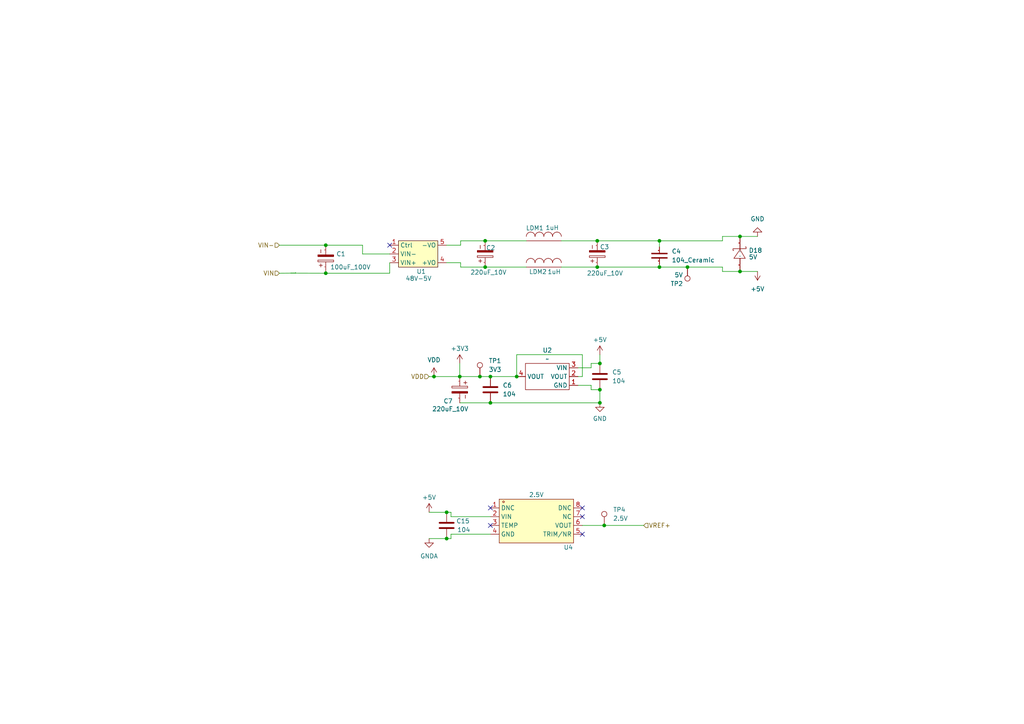
<source format=kicad_sch>
(kicad_sch
	(version 20231120)
	(generator "eeschema")
	(generator_version "8.0")
	(uuid "65df18de-0523-4794-af20-582b4c9db4be")
	(paper "A4")
	(lib_symbols
		(symbol "Connector:TestPoint"
			(pin_numbers hide)
			(pin_names
				(offset 0.762) hide)
			(exclude_from_sim no)
			(in_bom yes)
			(on_board yes)
			(property "Reference" "TP"
				(at 0 6.858 0)
				(effects
					(font
						(size 1.27 1.27)
					)
				)
			)
			(property "Value" "TestPoint"
				(at 0 5.08 0)
				(effects
					(font
						(size 1.27 1.27)
					)
				)
			)
			(property "Footprint" ""
				(at 5.08 0 0)
				(effects
					(font
						(size 1.27 1.27)
					)
					(hide yes)
				)
			)
			(property "Datasheet" "~"
				(at 5.08 0 0)
				(effects
					(font
						(size 1.27 1.27)
					)
					(hide yes)
				)
			)
			(property "Description" "test point"
				(at 0 0 0)
				(effects
					(font
						(size 1.27 1.27)
					)
					(hide yes)
				)
			)
			(property "ki_keywords" "test point tp"
				(at 0 0 0)
				(effects
					(font
						(size 1.27 1.27)
					)
					(hide yes)
				)
			)
			(property "ki_fp_filters" "Pin* Test*"
				(at 0 0 0)
				(effects
					(font
						(size 1.27 1.27)
					)
					(hide yes)
				)
			)
			(symbol "TestPoint_0_1"
				(circle
					(center 0 3.302)
					(radius 0.762)
					(stroke
						(width 0)
						(type default)
					)
					(fill
						(type none)
					)
				)
			)
			(symbol "TestPoint_1_1"
				(pin passive line
					(at 0 0 90)
					(length 2.54)
					(name "1"
						(effects
							(font
								(size 1.27 1.27)
							)
						)
					)
					(number "1"
						(effects
							(font
								(size 1.27 1.27)
							)
						)
					)
				)
			)
		)
		(symbol "Device:C"
			(pin_numbers hide)
			(pin_names
				(offset 0.254)
			)
			(exclude_from_sim no)
			(in_bom yes)
			(on_board yes)
			(property "Reference" "C"
				(at 0.635 2.54 0)
				(effects
					(font
						(size 1.27 1.27)
					)
					(justify left)
				)
			)
			(property "Value" "C"
				(at 0.635 -2.54 0)
				(effects
					(font
						(size 1.27 1.27)
					)
					(justify left)
				)
			)
			(property "Footprint" ""
				(at 0.9652 -3.81 0)
				(effects
					(font
						(size 1.27 1.27)
					)
					(hide yes)
				)
			)
			(property "Datasheet" "~"
				(at 0 0 0)
				(effects
					(font
						(size 1.27 1.27)
					)
					(hide yes)
				)
			)
			(property "Description" "Unpolarized capacitor"
				(at 0 0 0)
				(effects
					(font
						(size 1.27 1.27)
					)
					(hide yes)
				)
			)
			(property "ki_keywords" "cap capacitor"
				(at 0 0 0)
				(effects
					(font
						(size 1.27 1.27)
					)
					(hide yes)
				)
			)
			(property "ki_fp_filters" "C_*"
				(at 0 0 0)
				(effects
					(font
						(size 1.27 1.27)
					)
					(hide yes)
				)
			)
			(symbol "C_0_1"
				(polyline
					(pts
						(xy -2.032 -0.762) (xy 2.032 -0.762)
					)
					(stroke
						(width 0.508)
						(type default)
					)
					(fill
						(type none)
					)
				)
				(polyline
					(pts
						(xy -2.032 0.762) (xy 2.032 0.762)
					)
					(stroke
						(width 0.508)
						(type default)
					)
					(fill
						(type none)
					)
				)
			)
			(symbol "C_1_1"
				(pin passive line
					(at 0 3.81 270)
					(length 2.794)
					(name "~"
						(effects
							(font
								(size 1.27 1.27)
							)
						)
					)
					(number "1"
						(effects
							(font
								(size 1.27 1.27)
							)
						)
					)
				)
				(pin passive line
					(at 0 -3.81 90)
					(length 2.794)
					(name "~"
						(effects
							(font
								(size 1.27 1.27)
							)
						)
					)
					(number "2"
						(effects
							(font
								(size 1.27 1.27)
							)
						)
					)
				)
			)
		)
		(symbol "MY_Library:AMS1117_3.3"
			(exclude_from_sim no)
			(in_bom yes)
			(on_board yes)
			(property "Reference" "U"
				(at 6.858 -7.366 0)
				(effects
					(font
						(size 1.27 1.27)
					)
				)
			)
			(property "Value" ""
				(at 5.334 -6.604 0)
				(effects
					(font
						(size 1.27 1.27)
					)
				)
			)
			(property "Footprint" "Package_TO_SOT_SMD:SOT-223"
				(at 6.858 -10.668 0)
				(effects
					(font
						(size 1.27 1.27)
					)
					(hide yes)
				)
			)
			(property "Datasheet" ""
				(at 5.334 -6.604 0)
				(effects
					(font
						(size 1.27 1.27)
					)
					(hide yes)
				)
			)
			(property "Description" "ldo"
				(at 3.048 -5.842 0)
				(effects
					(font
						(size 1.27 1.27)
					)
					(hide yes)
				)
			)
			(symbol "AMS1117_3.3_0_1"
				(rectangle
					(start -6.35 3.81)
					(end 6.35 -3.81)
					(stroke
						(width 0)
						(type default)
					)
					(fill
						(type none)
					)
				)
			)
			(symbol "AMS1117_3.3_1_1"
				(pin input line
					(at 8.89 -2.54 180)
					(length 2.54)
					(name "GND"
						(effects
							(font
								(size 1.27 1.27)
							)
						)
					)
					(number "1"
						(effects
							(font
								(size 1.27 1.27)
							)
						)
					)
				)
				(pin input line
					(at 8.89 0 180)
					(length 2.54)
					(name "VOUT"
						(effects
							(font
								(size 1.27 1.27)
							)
						)
					)
					(number "2"
						(effects
							(font
								(size 1.27 1.27)
							)
						)
					)
				)
				(pin input line
					(at 8.89 2.54 180)
					(length 2.54)
					(name "VIN"
						(effects
							(font
								(size 1.27 1.27)
							)
						)
					)
					(number "3"
						(effects
							(font
								(size 1.27 1.27)
							)
						)
					)
				)
				(pin input line
					(at -8.89 0 0)
					(length 2.54)
					(name "VOUT"
						(effects
							(font
								(size 1.27 1.27)
							)
						)
					)
					(number "4"
						(effects
							(font
								(size 1.27 1.27)
							)
						)
					)
				)
			)
		)
		(symbol "MY_Library:REF5025AID电压基准"
			(exclude_from_sim no)
			(in_bom yes)
			(on_board yes)
			(property "Reference" "U"
				(at 9.652 -7.874 0)
				(effects
					(font
						(size 1.27 1.27)
					)
				)
			)
			(property "Value" ""
				(at -3.81 -3.556 0)
				(effects
					(font
						(size 1.27 1.27)
					)
				)
			)
			(property "Footprint" "Package_SO:SOIC-8-1EP_3.9x4.9mm_P1.27mm_EP2.29x3mm"
				(at -3.556 -8.382 0)
				(effects
					(font
						(size 1.27 1.27)
					)
					(hide yes)
				)
			)
			(property "Datasheet" ""
				(at -3.81 -3.556 0)
				(effects
					(font
						(size 1.27 1.27)
					)
					(hide yes)
				)
			)
			(property "Description" ""
				(at -3.81 -3.556 0)
				(effects
					(font
						(size 1.27 1.27)
					)
					(hide yes)
				)
			)
			(symbol "REF5025AID电压基准_0_1"
				(circle
					(center -8.89 5.588)
					(radius 0.254)
					(stroke
						(width 0)
						(type default)
					)
					(fill
						(type none)
					)
				)
			)
			(symbol "REF5025AID电压基准_1_1"
				(rectangle
					(start -10.16 6.35)
					(end 11.43 -6.35)
					(stroke
						(width 0)
						(type default)
					)
					(fill
						(type background)
					)
				)
				(pin input line
					(at -12.7 3.81 0)
					(length 2.54)
					(name "DNC"
						(effects
							(font
								(size 1.27 1.27)
							)
						)
					)
					(number "1"
						(effects
							(font
								(size 1.27 1.27)
							)
						)
					)
				)
				(pin input line
					(at -12.7 1.27 0)
					(length 2.54)
					(name "VIN"
						(effects
							(font
								(size 1.27 1.27)
							)
						)
					)
					(number "2"
						(effects
							(font
								(size 1.27 1.27)
							)
						)
					)
				)
				(pin input line
					(at -12.7 -1.27 0)
					(length 2.54)
					(name "TEMP"
						(effects
							(font
								(size 1.27 1.27)
							)
						)
					)
					(number "3"
						(effects
							(font
								(size 1.27 1.27)
							)
						)
					)
				)
				(pin input line
					(at -12.7 -3.81 0)
					(length 2.54)
					(name "GND"
						(effects
							(font
								(size 1.27 1.27)
							)
						)
					)
					(number "4"
						(effects
							(font
								(size 1.27 1.27)
							)
						)
					)
				)
				(pin input line
					(at 13.97 -3.81 180)
					(length 2.54)
					(name "TRIM/NR"
						(effects
							(font
								(size 1.27 1.27)
							)
						)
					)
					(number "5"
						(effects
							(font
								(size 1.27 1.27)
							)
						)
					)
				)
				(pin input line
					(at 13.97 -1.27 180)
					(length 2.54)
					(name "VOUT"
						(effects
							(font
								(size 1.27 1.27)
							)
						)
					)
					(number "6"
						(effects
							(font
								(size 1.27 1.27)
							)
						)
					)
				)
				(pin input line
					(at 13.97 1.27 180)
					(length 2.54)
					(name "NC"
						(effects
							(font
								(size 1.27 1.27)
							)
						)
					)
					(number "7"
						(effects
							(font
								(size 1.27 1.27)
							)
						)
					)
				)
				(pin input line
					(at 13.97 3.81 180)
					(length 2.54)
					(name "DNC"
						(effects
							(font
								(size 1.27 1.27)
							)
						)
					)
					(number "8"
						(effects
							(font
								(size 1.27 1.27)
							)
						)
					)
				)
			)
		)
		(symbol "MY_Library:SMBJ5.0A_C2758500"
			(exclude_from_sim no)
			(in_bom yes)
			(on_board yes)
			(property "Reference" "D?"
				(at 5.334 -2.794 0)
				(effects
					(font
						(size 1.27 1.27)
					)
				)
			)
			(property "Value" ""
				(at 0 0 0)
				(effects
					(font
						(size 1.27 1.27)
					)
				)
			)
			(property "Footprint" "MYLibrary:SMB_L4.3-W3.6-LS5.4-RD"
				(at -1.27 -6.096 0)
				(effects
					(font
						(size 1.27 1.27)
					)
					(hide yes)
				)
			)
			(property "Datasheet" ""
				(at 0 0 0)
				(effects
					(font
						(size 1.27 1.27)
					)
					(hide yes)
				)
			)
			(property "Description" ""
				(at 0 0 0)
				(effects
					(font
						(size 1.27 1.27)
					)
					(hide yes)
				)
			)
			(symbol "SMBJ5.0A_C2758500_1_0"
				(polyline
					(pts
						(xy 1.27 1.524) (xy -1.27 0) (xy -1.27 0) (xy 1.27 -1.778) (xy 1.27 -1.778) (xy 1.27 1.524)
					)
					(stroke
						(width 0)
						(type default)
					)
					(fill
						(type none)
					)
				)
				(polyline
					(pts
						(xy -2.032 1.524) (xy -2.032 1.778) (xy -2.032 1.778) (xy -1.524 1.778) (xy -1.524 1.778) (xy -1.524 -2.032)
						(xy -1.524 -2.032) (xy -1.016 -2.032) (xy -1.016 -2.032) (xy -1.016 -1.778)
					)
					(stroke
						(width 0)
						(type default)
					)
					(fill
						(type none)
					)
				)
				(pin input line
					(at -5.08 0 0)
					(length 3.81)
					(name "K"
						(effects
							(font
								(size 0.0254 0.0254)
							)
						)
					)
					(number "1"
						(effects
							(font
								(size 0.0254 0.0254)
							)
						)
					)
				)
				(pin input line
					(at 5.08 0 180)
					(length 3.81)
					(name "A"
						(effects
							(font
								(size 0.0254 0.0254)
							)
						)
					)
					(number "2"
						(effects
							(font
								(size 0.0254 0.0254)
							)
						)
					)
				)
			)
		)
		(symbol "MY_Library:URB4805YMD-10WR3"
			(exclude_from_sim no)
			(in_bom yes)
			(on_board yes)
			(property "Reference" "U"
				(at 2.54 -7.62 0)
				(effects
					(font
						(size 1.27 1.27)
					)
				)
			)
			(property "Value" ""
				(at -2.54 0 0)
				(effects
					(font
						(size 1.27 1.27)
					)
				)
			)
			(property "Footprint" ""
				(at -2.54 0 0)
				(effects
					(font
						(size 1.27 1.27)
					)
					(hide yes)
				)
			)
			(property "Datasheet" ""
				(at -2.54 0 0)
				(effects
					(font
						(size 1.27 1.27)
					)
					(hide yes)
				)
			)
			(property "Description" ""
				(at 0 0 0)
				(effects
					(font
						(size 1.27 1.27)
					)
					(hide yes)
				)
			)
			(symbol "URB4805YMD-10WR3_1_1"
				(rectangle
					(start -6.35 3.81)
					(end 5.08 -3.81)
					(stroke
						(width 0)
						(type default)
						(color 72 0 0 1)
					)
					(fill
						(type background)
					)
				)
				(pin input line
					(at -8.89 2.54 0)
					(length 2.54)
					(name "Ctrl"
						(effects
							(font
								(size 1.27 1.27)
							)
						)
					)
					(number "1"
						(effects
							(font
								(size 1.27 1.27)
							)
						)
					)
				)
				(pin input line
					(at -8.89 0 0)
					(length 2.54)
					(name "VIN-"
						(effects
							(font
								(size 1.27 1.27)
							)
						)
					)
					(number "2"
						(effects
							(font
								(size 1.27 1.27)
							)
						)
					)
				)
				(pin input line
					(at -8.89 -2.54 0)
					(length 2.54)
					(name "VIN+"
						(effects
							(font
								(size 1.27 1.27)
							)
						)
					)
					(number "3"
						(effects
							(font
								(size 1.27 1.27)
							)
						)
					)
				)
				(pin output line
					(at 7.62 -2.54 180)
					(length 2.54)
					(name "+VO"
						(effects
							(font
								(size 1.27 1.27)
							)
						)
					)
					(number "4"
						(effects
							(font
								(size 1.27 1.27)
							)
						)
					)
				)
				(pin output line
					(at 7.62 2.54 180)
					(length 2.54)
					(name "-VO"
						(effects
							(font
								(size 1.27 1.27)
							)
						)
					)
					(number "5"
						(effects
							(font
								(size 1.27 1.27)
							)
						)
					)
				)
			)
		)
		(symbol "MY_Library:工字电感"
			(exclude_from_sim no)
			(in_bom yes)
			(on_board yes)
			(property "Reference" "LDM"
				(at 3.81 -2.54 0)
				(effects
					(font
						(size 1.27 1.27)
					)
				)
			)
			(property "Value" ""
				(at 0 0 0)
				(effects
					(font
						(size 1.27 1.27)
					)
				)
			)
			(property "Footprint" ""
				(at 0 0 0)
				(effects
					(font
						(size 1.27 1.27)
					)
					(hide yes)
				)
			)
			(property "Datasheet" ""
				(at 0 0 0)
				(effects
					(font
						(size 1.27 1.27)
					)
					(hide yes)
				)
			)
			(property "Description" ""
				(at 0 0 0)
				(effects
					(font
						(size 1.27 1.27)
					)
					(hide yes)
				)
			)
			(symbol "工字电感_0_1"
				(arc
					(start -3.81 2.54)
					(mid -4.708 2.168)
					(end -5.08 1.27)
					(stroke
						(width 0)
						(type default)
					)
					(fill
						(type none)
					)
				)
				(arc
					(start -2.54 1.27)
					(mid -2.912 2.168)
					(end -3.81 2.54)
					(stroke
						(width 0)
						(type default)
					)
					(fill
						(type none)
					)
				)
				(arc
					(start -1.27 2.54)
					(mid -2.168 2.168)
					(end -2.54 1.27)
					(stroke
						(width 0)
						(type default)
					)
					(fill
						(type none)
					)
				)
				(polyline
					(pts
						(xy -5.08 0) (xy 5.08 0)
					)
					(stroke
						(width 0)
						(type default)
					)
					(fill
						(type none)
					)
				)
				(arc
					(start 0 1.27)
					(mid -0.372 2.168)
					(end -1.27 2.54)
					(stroke
						(width 0)
						(type default)
					)
					(fill
						(type none)
					)
				)
				(arc
					(start 1.27 2.54)
					(mid 0.372 2.168)
					(end 0 1.27)
					(stroke
						(width 0)
						(type default)
					)
					(fill
						(type none)
					)
				)
				(arc
					(start 2.54 1.27)
					(mid 2.168 2.168)
					(end 1.27 2.54)
					(stroke
						(width 0)
						(type default)
					)
					(fill
						(type none)
					)
				)
				(arc
					(start 3.81 2.54)
					(mid 2.912 2.168)
					(end 2.54 1.27)
					(stroke
						(width 0)
						(type default)
					)
					(fill
						(type none)
					)
				)
				(arc
					(start 5.08 1.27)
					(mid 4.708 2.168)
					(end 3.81 2.54)
					(stroke
						(width 0)
						(type default)
					)
					(fill
						(type none)
					)
				)
			)
			(symbol "工字电感_1_1"
				(pin passive line
					(at -5.08 0 0)
					(length 2.54) hide
					(name ""
						(effects
							(font
								(size 1.27 1.27)
							)
						)
					)
					(number "1"
						(effects
							(font
								(size 1.27 1.27)
							)
						)
					)
				)
				(pin passive line
					(at 5.08 0 180)
					(length 2.54) hide
					(name ""
						(effects
							(font
								(size 1.27 1.27)
							)
						)
					)
					(number "2"
						(effects
							(font
								(size 1.27 1.27)
							)
						)
					)
				)
			)
		)
		(symbol "PCM_SL_Capacitors:100uF_100V"
			(exclude_from_sim no)
			(in_bom yes)
			(on_board yes)
			(property "Reference" "C"
				(at 0 7.62 0)
				(effects
					(font
						(size 1.27 1.27)
					)
				)
			)
			(property "Value" "100uF_100V"
				(at 0 5.08 0)
				(effects
					(font
						(size 1.27 1.27)
					)
				)
			)
			(property "Footprint" "Capacitor_THT:CP_Radial_D10.0mm_P5.00mm"
				(at 0.762 -3.81 0)
				(effects
					(font
						(size 1.27 1.27)
					)
					(hide yes)
				)
			)
			(property "Datasheet" ""
				(at 0.508 0 0)
				(effects
					(font
						(size 1.27 1.27)
					)
					(hide yes)
				)
			)
			(property "Description" "100uF, 100V Electrolytic Capacitor"
				(at 0 0 0)
				(effects
					(font
						(size 1.27 1.27)
					)
					(hide yes)
				)
			)
			(property "ki_keywords" "Electrolytic Capacitor"
				(at 0 0 0)
				(effects
					(font
						(size 1.27 1.27)
					)
					(hide yes)
				)
			)
			(property "ki_fp_filters" "Capacitor_THT:CP_Radial_D5.0mm_* Capacitor_THT:CP_Radial_D4.0mm_* Capacitor_THT:CP_Radial_D6.3mm_* Capacitor_THT:CP_Radial_D7.5mm_* Capacitor_THT:CP_Radial_D8.0mm_* Capacitor_THT:CP_Radial_D10.0mm_* Capacitor_THT:CP_Radial_D14.0mm_* Capacitor_THT:CP_Radial_D16.0mm_* Capacitor_THT:CP_Radial_D18.0mm_*"
				(at 0 0 0)
				(effects
					(font
						(size 1.27 1.27)
					)
					(hide yes)
				)
			)
			(symbol "100uF_100V_0_0"
				(text "+"
					(at -2.032 1.524 0)
					(effects
						(font
							(size 1.27 1.27)
						)
					)
				)
				(text "-"
					(at 2.032 1.524 0)
					(effects
						(font
							(size 1.27 1.27)
						)
					)
				)
			)
			(symbol "100uF_100V_0_1"
				(rectangle
					(start -1.016 -2.286)
					(end -0.508 2.286)
					(stroke
						(width 0)
						(type default)
					)
					(fill
						(type none)
					)
				)
				(rectangle
					(start 0.508 -2.286)
					(end 1.016 2.286)
					(stroke
						(width 0)
						(type default)
					)
					(fill
						(type outline)
					)
				)
			)
			(symbol "100uF_100V_1_1"
				(pin passive line
					(at -3.81 0 0)
					(length 2.7)
					(name "~"
						(effects
							(font
								(size 0.0254 0.0254)
							)
						)
					)
					(number "1"
						(effects
							(font
								(size 0.0254 0.0254)
							)
						)
					)
				)
				(pin input line
					(at 3.81 0 180)
					(length 2.7)
					(name "~"
						(effects
							(font
								(size 0.0254 0.0254)
							)
						)
					)
					(number "2"
						(effects
							(font
								(size 0.0254 0.0254)
							)
						)
					)
				)
			)
		)
		(symbol "PCM_SL_Capacitors:104_Ceramic"
			(exclude_from_sim no)
			(in_bom yes)
			(on_board yes)
			(property "Reference" "C"
				(at 0 6.35 0)
				(effects
					(font
						(size 1.27 1.27)
					)
				)
			)
			(property "Value" "104_Ceramic"
				(at 0 3.81 0)
				(effects
					(font
						(size 1.27 1.27)
					)
				)
			)
			(property "Footprint" "Capacitor_THT:C_Disc_D5.0mm_W2.5mm_P2.50mm"
				(at 0 -3.81 0)
				(effects
					(font
						(size 1.27 1.27)
					)
					(hide yes)
				)
			)
			(property "Datasheet" ""
				(at 0 0 0)
				(effects
					(font
						(size 1.27 1.27)
					)
					(hide yes)
				)
			)
			(property "Description" "100nF Ceramic Capacitor"
				(at 0 0 0)
				(effects
					(font
						(size 1.27 1.27)
					)
					(hide yes)
				)
			)
			(property "ki_keywords" "Ceramic Capacitor 104 100nF"
				(at 0 0 0)
				(effects
					(font
						(size 1.27 1.27)
					)
					(hide yes)
				)
			)
			(symbol "104_Ceramic_0_1"
				(rectangle
					(start -0.762 2.286)
					(end -0.508 -2.286)
					(stroke
						(width 0)
						(type default)
					)
					(fill
						(type outline)
					)
				)
				(rectangle
					(start 0.508 2.286)
					(end 0.762 -2.286)
					(stroke
						(width 0)
						(type default)
					)
					(fill
						(type outline)
					)
				)
			)
			(symbol "104_Ceramic_1_1"
				(pin passive line
					(at -2.54 0 0)
					(length 2)
					(name "~"
						(effects
							(font
								(size 0.0254 0.0254)
							)
						)
					)
					(number "1"
						(effects
							(font
								(size 0.0254 0.0254)
							)
						)
					)
				)
				(pin input line
					(at 2.54 0 180)
					(length 2)
					(name "~"
						(effects
							(font
								(size 0.0254 0.0254)
							)
						)
					)
					(number "2"
						(effects
							(font
								(size 0.0254 0.0254)
							)
						)
					)
				)
			)
		)
		(symbol "PCM_SL_Capacitors:220uF_10V"
			(exclude_from_sim no)
			(in_bom yes)
			(on_board yes)
			(property "Reference" "C"
				(at 0 7.62 0)
				(effects
					(font
						(size 1.27 1.27)
					)
				)
			)
			(property "Value" "220uF_10V"
				(at 0 5.08 0)
				(effects
					(font
						(size 1.27 1.27)
					)
				)
			)
			(property "Footprint" "Capacitor_THT:CP_Radial_D6.3mm_P2.50mm"
				(at 0.762 -3.81 0)
				(effects
					(font
						(size 1.27 1.27)
					)
					(hide yes)
				)
			)
			(property "Datasheet" ""
				(at 0.508 0 0)
				(effects
					(font
						(size 1.27 1.27)
					)
					(hide yes)
				)
			)
			(property "Description" "220uF, 10V Electrolytic Capacitor"
				(at 0 0 0)
				(effects
					(font
						(size 1.27 1.27)
					)
					(hide yes)
				)
			)
			(property "ki_keywords" "Electrolytic Capacitor"
				(at 0 0 0)
				(effects
					(font
						(size 1.27 1.27)
					)
					(hide yes)
				)
			)
			(property "ki_fp_filters" "Capacitor_THT:CP_Radial_D5.0mm_* Capacitor_THT:CP_Radial_D4.0mm_* Capacitor_THT:CP_Radial_D6.3mm_* Capacitor_THT:CP_Radial_D7.5mm_* Capacitor_THT:CP_Radial_D8.0mm_* Capacitor_THT:CP_Radial_D10.0mm_* Capacitor_THT:CP_Radial_D14.0mm_* Capacitor_THT:CP_Radial_D16.0mm_* Capacitor_THT:CP_Radial_D18.0mm_*"
				(at 0 0 0)
				(effects
					(font
						(size 1.27 1.27)
					)
					(hide yes)
				)
			)
			(symbol "220uF_10V_0_0"
				(text "+"
					(at -2.032 1.524 0)
					(effects
						(font
							(size 1.27 1.27)
						)
					)
				)
				(text "-"
					(at 2.032 1.524 0)
					(effects
						(font
							(size 1.27 1.27)
						)
					)
				)
			)
			(symbol "220uF_10V_0_1"
				(rectangle
					(start -1.016 -2.286)
					(end -0.508 2.286)
					(stroke
						(width 0)
						(type default)
					)
					(fill
						(type none)
					)
				)
				(rectangle
					(start 0.508 -2.286)
					(end 1.016 2.286)
					(stroke
						(width 0)
						(type default)
					)
					(fill
						(type outline)
					)
				)
			)
			(symbol "220uF_10V_1_1"
				(pin passive line
					(at -3.81 0 0)
					(length 2.7)
					(name "~"
						(effects
							(font
								(size 0.0254 0.0254)
							)
						)
					)
					(number "1"
						(effects
							(font
								(size 0.0254 0.0254)
							)
						)
					)
				)
				(pin input line
					(at 3.81 0 180)
					(length 2.7)
					(name "~"
						(effects
							(font
								(size 0.0254 0.0254)
							)
						)
					)
					(number "2"
						(effects
							(font
								(size 0.0254 0.0254)
							)
						)
					)
				)
			)
		)
		(symbol "power:+3V3"
			(power)
			(pin_names
				(offset 0)
			)
			(exclude_from_sim no)
			(in_bom yes)
			(on_board yes)
			(property "Reference" "#PWR"
				(at 0 -3.81 0)
				(effects
					(font
						(size 1.27 1.27)
					)
					(hide yes)
				)
			)
			(property "Value" "+3V3"
				(at 0 3.556 0)
				(effects
					(font
						(size 1.27 1.27)
					)
				)
			)
			(property "Footprint" ""
				(at 0 0 0)
				(effects
					(font
						(size 1.27 1.27)
					)
					(hide yes)
				)
			)
			(property "Datasheet" ""
				(at 0 0 0)
				(effects
					(font
						(size 1.27 1.27)
					)
					(hide yes)
				)
			)
			(property "Description" "Power symbol creates a global label with name \"+3V3\""
				(at 0 0 0)
				(effects
					(font
						(size 1.27 1.27)
					)
					(hide yes)
				)
			)
			(property "ki_keywords" "global power"
				(at 0 0 0)
				(effects
					(font
						(size 1.27 1.27)
					)
					(hide yes)
				)
			)
			(symbol "+3V3_0_1"
				(polyline
					(pts
						(xy -0.762 1.27) (xy 0 2.54)
					)
					(stroke
						(width 0)
						(type default)
					)
					(fill
						(type none)
					)
				)
				(polyline
					(pts
						(xy 0 0) (xy 0 2.54)
					)
					(stroke
						(width 0)
						(type default)
					)
					(fill
						(type none)
					)
				)
				(polyline
					(pts
						(xy 0 2.54) (xy 0.762 1.27)
					)
					(stroke
						(width 0)
						(type default)
					)
					(fill
						(type none)
					)
				)
			)
			(symbol "+3V3_1_1"
				(pin power_in line
					(at 0 0 90)
					(length 0) hide
					(name "+3V3"
						(effects
							(font
								(size 1.27 1.27)
							)
						)
					)
					(number "1"
						(effects
							(font
								(size 1.27 1.27)
							)
						)
					)
				)
			)
		)
		(symbol "power:+5V"
			(power)
			(pin_names
				(offset 0)
			)
			(exclude_from_sim no)
			(in_bom yes)
			(on_board yes)
			(property "Reference" "#PWR"
				(at 0 -3.81 0)
				(effects
					(font
						(size 1.27 1.27)
					)
					(hide yes)
				)
			)
			(property "Value" "+5V"
				(at 0 3.556 0)
				(effects
					(font
						(size 1.27 1.27)
					)
				)
			)
			(property "Footprint" ""
				(at 0 0 0)
				(effects
					(font
						(size 1.27 1.27)
					)
					(hide yes)
				)
			)
			(property "Datasheet" ""
				(at 0 0 0)
				(effects
					(font
						(size 1.27 1.27)
					)
					(hide yes)
				)
			)
			(property "Description" "Power symbol creates a global label with name \"+5V\""
				(at 0 0 0)
				(effects
					(font
						(size 1.27 1.27)
					)
					(hide yes)
				)
			)
			(property "ki_keywords" "global power"
				(at 0 0 0)
				(effects
					(font
						(size 1.27 1.27)
					)
					(hide yes)
				)
			)
			(symbol "+5V_0_1"
				(polyline
					(pts
						(xy -0.762 1.27) (xy 0 2.54)
					)
					(stroke
						(width 0)
						(type default)
					)
					(fill
						(type none)
					)
				)
				(polyline
					(pts
						(xy 0 0) (xy 0 2.54)
					)
					(stroke
						(width 0)
						(type default)
					)
					(fill
						(type none)
					)
				)
				(polyline
					(pts
						(xy 0 2.54) (xy 0.762 1.27)
					)
					(stroke
						(width 0)
						(type default)
					)
					(fill
						(type none)
					)
				)
			)
			(symbol "+5V_1_1"
				(pin power_in line
					(at 0 0 90)
					(length 0) hide
					(name "+5V"
						(effects
							(font
								(size 1.27 1.27)
							)
						)
					)
					(number "1"
						(effects
							(font
								(size 1.27 1.27)
							)
						)
					)
				)
			)
		)
		(symbol "power:GND"
			(power)
			(pin_names
				(offset 0)
			)
			(exclude_from_sim no)
			(in_bom yes)
			(on_board yes)
			(property "Reference" "#PWR"
				(at 0 -6.35 0)
				(effects
					(font
						(size 1.27 1.27)
					)
					(hide yes)
				)
			)
			(property "Value" "GND"
				(at 0 -3.81 0)
				(effects
					(font
						(size 1.27 1.27)
					)
				)
			)
			(property "Footprint" ""
				(at 0 0 0)
				(effects
					(font
						(size 1.27 1.27)
					)
					(hide yes)
				)
			)
			(property "Datasheet" ""
				(at 0 0 0)
				(effects
					(font
						(size 1.27 1.27)
					)
					(hide yes)
				)
			)
			(property "Description" "Power symbol creates a global label with name \"GND\" , ground"
				(at 0 0 0)
				(effects
					(font
						(size 1.27 1.27)
					)
					(hide yes)
				)
			)
			(property "ki_keywords" "global power"
				(at 0 0 0)
				(effects
					(font
						(size 1.27 1.27)
					)
					(hide yes)
				)
			)
			(symbol "GND_0_1"
				(polyline
					(pts
						(xy 0 0) (xy 0 -1.27) (xy 1.27 -1.27) (xy 0 -2.54) (xy -1.27 -1.27) (xy 0 -1.27)
					)
					(stroke
						(width 0)
						(type default)
					)
					(fill
						(type none)
					)
				)
			)
			(symbol "GND_1_1"
				(pin power_in line
					(at 0 0 270)
					(length 0) hide
					(name "GND"
						(effects
							(font
								(size 1.27 1.27)
							)
						)
					)
					(number "1"
						(effects
							(font
								(size 1.27 1.27)
							)
						)
					)
				)
			)
		)
		(symbol "power:GNDA"
			(power)
			(pin_names
				(offset 0)
			)
			(exclude_from_sim no)
			(in_bom yes)
			(on_board yes)
			(property "Reference" "#PWR"
				(at 0 -6.35 0)
				(effects
					(font
						(size 1.27 1.27)
					)
					(hide yes)
				)
			)
			(property "Value" "GNDA"
				(at 0 -3.81 0)
				(effects
					(font
						(size 1.27 1.27)
					)
				)
			)
			(property "Footprint" ""
				(at 0 0 0)
				(effects
					(font
						(size 1.27 1.27)
					)
					(hide yes)
				)
			)
			(property "Datasheet" ""
				(at 0 0 0)
				(effects
					(font
						(size 1.27 1.27)
					)
					(hide yes)
				)
			)
			(property "Description" "Power symbol creates a global label with name \"GNDA\" , analog ground"
				(at 0 0 0)
				(effects
					(font
						(size 1.27 1.27)
					)
					(hide yes)
				)
			)
			(property "ki_keywords" "global power"
				(at 0 0 0)
				(effects
					(font
						(size 1.27 1.27)
					)
					(hide yes)
				)
			)
			(symbol "GNDA_0_1"
				(polyline
					(pts
						(xy 0 0) (xy 0 -1.27) (xy 1.27 -1.27) (xy 0 -2.54) (xy -1.27 -1.27) (xy 0 -1.27)
					)
					(stroke
						(width 0)
						(type default)
					)
					(fill
						(type none)
					)
				)
			)
			(symbol "GNDA_1_1"
				(pin power_in line
					(at 0 0 270)
					(length 0) hide
					(name "GNDA"
						(effects
							(font
								(size 1.27 1.27)
							)
						)
					)
					(number "1"
						(effects
							(font
								(size 1.27 1.27)
							)
						)
					)
				)
			)
		)
		(symbol "power:VDD"
			(power)
			(pin_names
				(offset 0)
			)
			(exclude_from_sim no)
			(in_bom yes)
			(on_board yes)
			(property "Reference" "#PWR"
				(at 0 -3.81 0)
				(effects
					(font
						(size 1.27 1.27)
					)
					(hide yes)
				)
			)
			(property "Value" "VDD"
				(at 0 3.81 0)
				(effects
					(font
						(size 1.27 1.27)
					)
				)
			)
			(property "Footprint" ""
				(at 0 0 0)
				(effects
					(font
						(size 1.27 1.27)
					)
					(hide yes)
				)
			)
			(property "Datasheet" ""
				(at 0 0 0)
				(effects
					(font
						(size 1.27 1.27)
					)
					(hide yes)
				)
			)
			(property "Description" "Power symbol creates a global label with name \"VDD\""
				(at 0 0 0)
				(effects
					(font
						(size 1.27 1.27)
					)
					(hide yes)
				)
			)
			(property "ki_keywords" "global power"
				(at 0 0 0)
				(effects
					(font
						(size 1.27 1.27)
					)
					(hide yes)
				)
			)
			(symbol "VDD_0_1"
				(polyline
					(pts
						(xy -0.762 1.27) (xy 0 2.54)
					)
					(stroke
						(width 0)
						(type default)
					)
					(fill
						(type none)
					)
				)
				(polyline
					(pts
						(xy 0 0) (xy 0 2.54)
					)
					(stroke
						(width 0)
						(type default)
					)
					(fill
						(type none)
					)
				)
				(polyline
					(pts
						(xy 0 2.54) (xy 0.762 1.27)
					)
					(stroke
						(width 0)
						(type default)
					)
					(fill
						(type none)
					)
				)
			)
			(symbol "VDD_1_1"
				(pin power_in line
					(at 0 0 90)
					(length 0) hide
					(name "VDD"
						(effects
							(font
								(size 1.27 1.27)
							)
						)
					)
					(number "1"
						(effects
							(font
								(size 1.27 1.27)
							)
						)
					)
				)
			)
		)
	)
	(junction
		(at 142.24 116.84)
		(diameter 0)
		(color 0 0 0 0)
		(uuid "1c762714-818f-4f62-b8c2-1c8c89b8daba")
	)
	(junction
		(at 139.192 109.22)
		(diameter 0)
		(color 0 0 0 0)
		(uuid "1fe04421-9f7e-40f4-9013-9a88de4f51d9")
	)
	(junction
		(at 214.63 68.58)
		(diameter 0)
		(color 0 0 0 0)
		(uuid "27cdc7e2-e308-4c85-82af-739d341e951a")
	)
	(junction
		(at 191.262 69.85)
		(diameter 0)
		(color 0 0 0 0)
		(uuid "29bfc86a-e9ce-4854-9575-9aa3c052564b")
	)
	(junction
		(at 125.8735 109.22)
		(diameter 0)
		(color 0 0 0 0)
		(uuid "41ec0b20-8422-4724-8513-6c758e2e7f19")
	)
	(junction
		(at 191.262 77.47)
		(diameter 0)
		(color 0 0 0 0)
		(uuid "45790ca0-e6a3-403a-b608-b3a5e3beb389")
	)
	(junction
		(at 173.228 69.85)
		(diameter 0)
		(color 0 0 0 0)
		(uuid "55f2dcf4-df56-4606-a0c0-74787ca641a1")
	)
	(junction
		(at 142.24 109.22)
		(diameter 0)
		(color 0 0 0 0)
		(uuid "683d2c1c-a978-40d7-bbca-92f1e29a8b6f")
	)
	(junction
		(at 175.26 152.4)
		(diameter 0)
		(color 0 0 0 0)
		(uuid "71ad6f71-c3c1-4e60-862e-2750ceb51ebf")
	)
	(junction
		(at 199.39 77.47)
		(diameter 0)
		(color 0 0 0 0)
		(uuid "85d8e988-7731-4d1c-8be4-96dc3c6616c8")
	)
	(junction
		(at 173.99 105.41)
		(diameter 0)
		(color 0 0 0 0)
		(uuid "8e656e35-cacd-4ccd-9088-234c9960c848")
	)
	(junction
		(at 133.35 109.22)
		(diameter 0)
		(color 0 0 0 0)
		(uuid "8f0b2c05-f34b-47ad-8181-1ed8d3a450b3")
	)
	(junction
		(at 140.716 69.85)
		(diameter 0)
		(color 0 0 0 0)
		(uuid "9245ec43-7cc2-4edb-bb36-fb5301cf65ed")
	)
	(junction
		(at 94.488 79.248)
		(diameter 0)
		(color 0 0 0 0)
		(uuid "a812b8ce-547e-4b2b-9e3a-f5b6aef03a6b")
	)
	(junction
		(at 129.54 156.21)
		(diameter 0)
		(color 0 0 0 0)
		(uuid "afc48baa-4020-4f53-8c2c-3e470408260a")
	)
	(junction
		(at 173.99 116.84)
		(diameter 0)
		(color 0 0 0 0)
		(uuid "bcfd3c8b-5932-4bfd-bf60-9e18ad92b0d5")
	)
	(junction
		(at 173.99 113.03)
		(diameter 0)
		(color 0 0 0 0)
		(uuid "ccd68c29-4d4a-4907-92c9-8a849d92d467")
	)
	(junction
		(at 129.54 148.59)
		(diameter 0)
		(color 0 0 0 0)
		(uuid "cf214b64-5580-48eb-8f3c-80b425a3f603")
	)
	(junction
		(at 149.86 109.22)
		(diameter 0)
		(color 0 0 0 0)
		(uuid "dcc9be2a-16a2-494d-867c-5e537b55aece")
	)
	(junction
		(at 214.63 78.74)
		(diameter 0)
		(color 0 0 0 0)
		(uuid "f1354b48-17f3-4a1c-8dd2-e97c8137e758")
	)
	(junction
		(at 173.228 77.47)
		(diameter 0)
		(color 0 0 0 0)
		(uuid "f2f6b9a5-e181-4330-a7e9-fe9a003ce9c2")
	)
	(junction
		(at 94.488 71.12)
		(diameter 0)
		(color 0 0 0 0)
		(uuid "fa024108-6eec-4b18-ad3c-919599206f6c")
	)
	(junction
		(at 140.716 77.47)
		(diameter 0)
		(color 0 0 0 0)
		(uuid "fc4c4da3-e7aa-4b36-9569-c4fe35c0e09d")
	)
	(no_connect
		(at 168.91 154.94)
		(uuid "1beb6ca9-0c52-479d-812c-3d77ae50edcf")
	)
	(no_connect
		(at 142.24 152.4)
		(uuid "2e92865d-c0ba-451d-a7e1-d5a58af5da4a")
	)
	(no_connect
		(at 168.91 149.86)
		(uuid "4e588621-951f-4442-9cbc-22dbc92f1593")
	)
	(no_connect
		(at 168.91 147.32)
		(uuid "8ed20a12-d083-4205-a422-540b97e399e9")
	)
	(no_connect
		(at 142.24 147.32)
		(uuid "a2e43e22-bf29-42ce-b782-0441a01d1c56")
	)
	(no_connect
		(at 113.03 71.12)
		(uuid "ba72d7cd-85e7-4e4e-8802-555b494f45b5")
	)
	(wire
		(pts
			(xy 209.55 78.74) (xy 209.55 77.47)
		)
		(stroke
			(width 0)
			(type default)
		)
		(uuid "01afcf94-e35e-46d1-8f00-582f7761b0c8")
	)
	(wire
		(pts
			(xy 209.55 78.74) (xy 214.63 78.74)
		)
		(stroke
			(width 0)
			(type default)
		)
		(uuid "063e3f30-8b37-4432-a4d8-fb171bb29d3f")
	)
	(wire
		(pts
			(xy 167.64 106.68) (xy 171.45 106.68)
		)
		(stroke
			(width 0)
			(type default)
		)
		(uuid "06e1cb71-f588-4984-a27a-8796cb062295")
	)
	(wire
		(pts
			(xy 85.75 79.22) (xy 84.38 79.22)
		)
		(stroke
			(width 0)
			(type default)
		)
		(uuid "07fdaa76-683d-47c9-8468-b159785c089a")
	)
	(wire
		(pts
			(xy 209.55 68.58) (xy 209.55 69.85)
		)
		(stroke
			(width 0)
			(type default)
		)
		(uuid "0f2f26e9-35e0-4174-b944-cafd14a48077")
	)
	(wire
		(pts
			(xy 168.91 109.22) (xy 167.64 109.22)
		)
		(stroke
			(width 0)
			(type default)
		)
		(uuid "1034a93e-f47d-47a6-8e81-c4f9043b74b7")
	)
	(wire
		(pts
			(xy 124.46 148.59) (xy 129.54 148.59)
		)
		(stroke
			(width 0)
			(type default)
		)
		(uuid "10e91f83-3bf5-4dde-b062-5b4e82041296")
	)
	(wire
		(pts
			(xy 129.54 156.21) (xy 130.81 156.21)
		)
		(stroke
			(width 0)
			(type default)
		)
		(uuid "12d9c2c5-1671-463f-b8c7-d0edb68a3023")
	)
	(wire
		(pts
			(xy 105.156 73.66) (xy 113.03 73.66)
		)
		(stroke
			(width 0)
			(type default)
		)
		(uuid "13d56175-cb34-415f-b417-9251b16c4a00")
	)
	(wire
		(pts
			(xy 81.026 79.248) (xy 84.38 79.22)
		)
		(stroke
			(width 0)
			(type default)
		)
		(uuid "14384df5-9a13-44c6-a1ea-395f3b873154")
	)
	(wire
		(pts
			(xy 133.35 109.22) (xy 139.192 109.22)
		)
		(stroke
			(width 0)
			(type default)
		)
		(uuid "1492a37d-af8e-40ea-aeb3-de7fa30945fd")
	)
	(wire
		(pts
			(xy 130.81 156.21) (xy 130.81 154.94)
		)
		(stroke
			(width 0)
			(type default)
		)
		(uuid "153ad055-819f-43bf-b83a-2c6faca7f79d")
	)
	(wire
		(pts
			(xy 140.716 77.47) (xy 152.654 77.47)
		)
		(stroke
			(width 0)
			(type default)
		)
		(uuid "15c044e9-5d2d-494b-887e-67c526e63926")
	)
	(wire
		(pts
			(xy 129.54 71.12) (xy 133.604 71.12)
		)
		(stroke
			(width 0)
			(type default)
		)
		(uuid "175e3ec9-1a40-4afd-948b-d2240f8607f5")
	)
	(wire
		(pts
			(xy 140.716 69.85) (xy 152.654 69.85)
		)
		(stroke
			(width 0)
			(type default)
		)
		(uuid "1d13be6a-7ed0-445b-8258-8d4685b13bfb")
	)
	(wire
		(pts
			(xy 171.45 105.41) (xy 173.99 105.41)
		)
		(stroke
			(width 0)
			(type default)
		)
		(uuid "208150e9-028d-4072-914b-322b096c464a")
	)
	(wire
		(pts
			(xy 171.45 113.03) (xy 173.99 113.03)
		)
		(stroke
			(width 0)
			(type default)
		)
		(uuid "20af4915-c8e6-4224-863c-82d1cb5cff27")
	)
	(wire
		(pts
			(xy 133.604 76.2) (xy 133.604 77.47)
		)
		(stroke
			(width 0)
			(type default)
		)
		(uuid "252930ab-c23c-4a2f-8b23-ede31c104b56")
	)
	(wire
		(pts
			(xy 162.814 69.85) (xy 173.228 69.85)
		)
		(stroke
			(width 0)
			(type default)
		)
		(uuid "271d44ad-ff98-4731-b183-4e29706e9851")
	)
	(wire
		(pts
			(xy 129.54 76.2) (xy 133.604 76.2)
		)
		(stroke
			(width 0)
			(type default)
		)
		(uuid "331fbde6-8d14-4316-b3e7-d6d836375133")
	)
	(wire
		(pts
			(xy 105.156 71.12) (xy 105.156 73.66)
		)
		(stroke
			(width 0)
			(type default)
		)
		(uuid "3d5b8452-2af2-42f0-b83d-47813b2b39ab")
	)
	(wire
		(pts
			(xy 199.39 77.47) (xy 209.55 77.47)
		)
		(stroke
			(width 0)
			(type default)
		)
		(uuid "43a8fabd-c2ca-4433-9150-176f313d6d12")
	)
	(wire
		(pts
			(xy 84.38 79.22) (xy 94.488 79.248)
		)
		(stroke
			(width 0)
			(type default)
		)
		(uuid "480e68aa-1e1a-4573-b0b8-a552fde275c5")
	)
	(wire
		(pts
			(xy 168.91 152.4) (xy 175.26 152.4)
		)
		(stroke
			(width 0)
			(type default)
		)
		(uuid "494fdcc2-1057-4ca3-b32a-28407fca2486")
	)
	(wire
		(pts
			(xy 175.26 152.4) (xy 186.69 152.4)
		)
		(stroke
			(width 0)
			(type default)
		)
		(uuid "527d3a0c-5048-45a5-a1a3-4e3fab081c9e")
	)
	(wire
		(pts
			(xy 214.63 78.74) (xy 219.71 78.74)
		)
		(stroke
			(width 0)
			(type default)
		)
		(uuid "5b1a7409-b5b9-4a96-b155-20c95efc3c79")
	)
	(wire
		(pts
			(xy 149.86 102.87) (xy 149.86 109.22)
		)
		(stroke
			(width 0)
			(type default)
		)
		(uuid "66ea04de-be49-4230-bdb2-8173103659de")
	)
	(wire
		(pts
			(xy 142.24 116.84) (xy 173.99 116.84)
		)
		(stroke
			(width 0)
			(type default)
		)
		(uuid "72c8fced-cb9b-4bde-a194-c65c85307b94")
	)
	(wire
		(pts
			(xy 130.81 149.86) (xy 142.24 149.86)
		)
		(stroke
			(width 0)
			(type default)
		)
		(uuid "76b8f952-2db1-4ec5-9c7e-2bba45c283aa")
	)
	(wire
		(pts
			(xy 129.54 148.59) (xy 130.81 148.59)
		)
		(stroke
			(width 0)
			(type default)
		)
		(uuid "7768f7ba-c522-41e6-a274-b60ccfa23244")
	)
	(wire
		(pts
			(xy 209.55 68.58) (xy 214.63 68.58)
		)
		(stroke
			(width 0)
			(type default)
		)
		(uuid "78bff1ad-65a9-49da-b1ae-fad38cd5e377")
	)
	(wire
		(pts
			(xy 167.64 111.76) (xy 171.45 111.76)
		)
		(stroke
			(width 0)
			(type default)
		)
		(uuid "7a70d435-84b5-473a-b9fd-da5b0ef5fba5")
	)
	(wire
		(pts
			(xy 214.63 68.58) (xy 219.71 68.58)
		)
		(stroke
			(width 0)
			(type default)
		)
		(uuid "7d25c496-02bf-414a-aa1b-c0cf2a618c6a")
	)
	(wire
		(pts
			(xy 113.03 79.248) (xy 94.488 79.248)
		)
		(stroke
			(width 0)
			(type default)
		)
		(uuid "7e58d9f2-c025-4720-992b-64736ed80da5")
	)
	(wire
		(pts
			(xy 124.46 156.21) (xy 129.54 156.21)
		)
		(stroke
			(width 0)
			(type default)
		)
		(uuid "825ecda6-7c1d-4f5a-b511-7c15eb1c3b4f")
	)
	(wire
		(pts
			(xy 81.026 71.12) (xy 94.488 71.12)
		)
		(stroke
			(width 0)
			(type default)
		)
		(uuid "91489273-a16a-40fd-a5b5-85fc3ddd9a27")
	)
	(wire
		(pts
			(xy 130.81 148.59) (xy 130.81 149.86)
		)
		(stroke
			(width 0)
			(type default)
		)
		(uuid "93366229-cbf5-43ca-9acb-d16bdd9db71b")
	)
	(wire
		(pts
			(xy 130.81 154.94) (xy 142.24 154.94)
		)
		(stroke
			(width 0)
			(type default)
		)
		(uuid "98ac2045-b22b-47c2-9f70-cdcd6ad7bd51")
	)
	(wire
		(pts
			(xy 162.814 77.47) (xy 173.228 77.47)
		)
		(stroke
			(width 0)
			(type default)
		)
		(uuid "9cf73fef-785d-459a-b1d3-3f56d581a46c")
	)
	(wire
		(pts
			(xy 113.03 76.2) (xy 113.03 79.248)
		)
		(stroke
			(width 0)
			(type default)
		)
		(uuid "9fc01ff8-f090-47cb-8069-cd8988687fef")
	)
	(wire
		(pts
			(xy 142.24 109.22) (xy 149.86 109.22)
		)
		(stroke
			(width 0)
			(type default)
		)
		(uuid "a0e1298a-8b98-4ec7-a0e8-5df79872715c")
	)
	(wire
		(pts
			(xy 85.75 79.04) (xy 85.75 79.22)
		)
		(stroke
			(width 0)
			(type default)
		)
		(uuid "a1aecfd2-2e5d-4c67-9592-48dfe72d3005")
	)
	(wire
		(pts
			(xy 191.262 69.85) (xy 209.55 69.85)
		)
		(stroke
			(width 0)
			(type default)
		)
		(uuid "bd1b8677-96cd-45f5-9fd9-a42a20c57856")
	)
	(wire
		(pts
			(xy 139.192 109.22) (xy 142.24 109.22)
		)
		(stroke
			(width 0)
			(type default)
		)
		(uuid "bedde174-8c0b-49ae-aaee-9e4c864be0e8")
	)
	(wire
		(pts
			(xy 173.228 77.47) (xy 191.262 77.47)
		)
		(stroke
			(width 0)
			(type default)
		)
		(uuid "c08590ec-0191-4c96-976c-755c9023f0a1")
	)
	(wire
		(pts
			(xy 133.35 116.84) (xy 142.24 116.84)
		)
		(stroke
			(width 0)
			(type default)
		)
		(uuid "cc13b79f-476f-402f-8e34-cfefa4b4f640")
	)
	(wire
		(pts
			(xy 133.35 105.41) (xy 133.35 109.22)
		)
		(stroke
			(width 0)
			(type default)
		)
		(uuid "cec028a5-65eb-419d-8b40-53ba9be17d46")
	)
	(wire
		(pts
			(xy 173.99 113.03) (xy 173.99 116.84)
		)
		(stroke
			(width 0)
			(type default)
		)
		(uuid "cefaf0ef-a722-455c-8adb-45a993bb4f4c")
	)
	(wire
		(pts
			(xy 191.262 77.47) (xy 199.39 77.47)
		)
		(stroke
			(width 0)
			(type default)
		)
		(uuid "d2e37b48-8cd5-4792-9650-3b7a2b4dd3bb")
	)
	(wire
		(pts
			(xy 171.45 111.76) (xy 171.45 113.03)
		)
		(stroke
			(width 0)
			(type default)
		)
		(uuid "d741dbaa-1411-49ab-808d-9249f05034fb")
	)
	(wire
		(pts
			(xy 125.8735 109.22) (xy 133.35 109.22)
		)
		(stroke
			(width 0)
			(type default)
		)
		(uuid "dc02569b-f41c-44ca-b8aa-c40e79f30bf5")
	)
	(wire
		(pts
			(xy 173.99 105.41) (xy 173.99 102.87)
		)
		(stroke
			(width 0)
			(type default)
		)
		(uuid "dcdab9ae-325a-44ae-8b83-ccd899945d86")
	)
	(wire
		(pts
			(xy 171.45 106.68) (xy 171.45 105.41)
		)
		(stroke
			(width 0)
			(type default)
		)
		(uuid "dcec7574-28c1-437b-9c30-b2b8003ea313")
	)
	(wire
		(pts
			(xy 94.488 71.12) (xy 105.156 71.12)
		)
		(stroke
			(width 0)
			(type default)
		)
		(uuid "e2ec4db7-cd4c-4bd0-be6d-56af686d65f7")
	)
	(wire
		(pts
			(xy 191.262 69.85) (xy 191.262 71.628)
		)
		(stroke
			(width 0)
			(type default)
		)
		(uuid "e435216d-200e-436b-90da-4030245bb7e7")
	)
	(wire
		(pts
			(xy 149.86 102.87) (xy 168.91 102.87)
		)
		(stroke
			(width 0)
			(type default)
		)
		(uuid "e483c55e-f727-4341-8012-45c93c2484bb")
	)
	(wire
		(pts
			(xy 124.46 109.22) (xy 125.8735 109.22)
		)
		(stroke
			(width 0)
			(type default)
		)
		(uuid "e7526dbc-596f-4abc-b2a1-2f31398c65b0")
	)
	(wire
		(pts
			(xy 173.228 69.85) (xy 191.262 69.85)
		)
		(stroke
			(width 0)
			(type default)
		)
		(uuid "ee58c0f5-eb06-49cf-88be-9f5cc177f54d")
	)
	(wire
		(pts
			(xy 133.604 71.12) (xy 133.604 69.85)
		)
		(stroke
			(width 0)
			(type default)
		)
		(uuid "eebd53c3-1957-4d1e-b247-b5e360d44012")
	)
	(wire
		(pts
			(xy 168.91 102.87) (xy 168.91 109.22)
		)
		(stroke
			(width 0)
			(type default)
		)
		(uuid "eede6256-28cb-4a0a-bb9e-3f8ab72bb2e0")
	)
	(wire
		(pts
			(xy 133.604 77.47) (xy 140.716 77.47)
		)
		(stroke
			(width 0)
			(type default)
		)
		(uuid "f0f95f9e-8544-4b2b-8709-5cbc0b00f1b1")
	)
	(wire
		(pts
			(xy 133.604 69.85) (xy 140.716 69.85)
		)
		(stroke
			(width 0)
			(type default)
		)
		(uuid "f242d88d-8634-462f-a890-cf646272ef2e")
	)
	(wire
		(pts
			(xy 191.262 76.708) (xy 191.262 77.47)
		)
		(stroke
			(width 0)
			(type default)
		)
		(uuid "f2a747e1-b13f-4b47-8b3d-73eef1b9c4fd")
	)
	(wire
		(pts
			(xy 94.488 78.74) (xy 94.488 79.248)
		)
		(stroke
			(width 0)
			(type default)
		)
		(uuid "ffcb9e94-70bf-481d-a691-dc6d9728bd0a")
	)
	(hierarchical_label "VIN"
		(shape input)
		(at 81.026 79.248 180)
		(fields_autoplaced yes)
		(effects
			(font
				(size 1.27 1.27)
			)
			(justify right)
		)
		(uuid "a69e1e03-d66c-4398-a46d-28b5f328ff1d")
	)
	(hierarchical_label "VIN-"
		(shape input)
		(at 81.026 71.12 180)
		(fields_autoplaced yes)
		(effects
			(font
				(size 1.27 1.27)
			)
			(justify right)
		)
		(uuid "acd6efca-7295-4e01-be35-503502cf3418")
	)
	(hierarchical_label "VDD"
		(shape input)
		(at 124.46 109.22 180)
		(fields_autoplaced yes)
		(effects
			(font
				(size 1.27 1.27)
			)
			(justify right)
		)
		(uuid "df00d81c-d9f6-4805-8e5f-ca3d427e8cfb")
	)
	(hierarchical_label "VREF+"
		(shape input)
		(at 186.69 152.4 0)
		(fields_autoplaced yes)
		(effects
			(font
				(size 1.27 1.27)
			)
			(justify left)
		)
		(uuid "f08a94d0-c952-4cfb-be92-5cd11b29f4c0")
	)
	(symbol
		(lib_id "power:+3V3")
		(at 133.35 105.41 0)
		(unit 1)
		(exclude_from_sim no)
		(in_bom yes)
		(on_board yes)
		(dnp no)
		(fields_autoplaced yes)
		(uuid "03fd8110-0016-4b90-860c-e95de0485ae6")
		(property "Reference" "#PWR05"
			(at 133.35 109.22 0)
			(effects
				(font
					(size 1.27 1.27)
				)
				(hide yes)
			)
		)
		(property "Value" "+3V3"
			(at 133.35 101.092 0)
			(effects
				(font
					(size 1.27 1.27)
				)
			)
		)
		(property "Footprint" ""
			(at 133.35 105.41 0)
			(effects
				(font
					(size 1.27 1.27)
				)
				(hide yes)
			)
		)
		(property "Datasheet" ""
			(at 133.35 105.41 0)
			(effects
				(font
					(size 1.27 1.27)
				)
				(hide yes)
			)
		)
		(property "Description" ""
			(at 133.35 105.41 0)
			(effects
				(font
					(size 1.27 1.27)
				)
				(hide yes)
			)
		)
		(pin "1"
			(uuid "84ef0108-ff25-484a-a12c-80d3fa4dfb7f")
		)
		(instances
			(project "运动控制卡"
				(path "/44f95aaa-b8fb-4878-90c0-6b2790b3f62f/4b570b8d-55d2-4b8f-a510-3d7872d05e07"
					(reference "#PWR05")
					(unit 1)
				)
			)
		)
	)
	(symbol
		(lib_id "PCM_SL_Capacitors:220uF_10V")
		(at 140.716 73.66 90)
		(unit 1)
		(exclude_from_sim no)
		(in_bom yes)
		(on_board yes)
		(dnp no)
		(uuid "04fde5b7-6fc8-4119-8b90-29d0f1053511")
		(property "Reference" "C2"
			(at 140.97 71.882 90)
			(effects
				(font
					(size 1.27 1.27)
				)
				(justify right)
			)
		)
		(property "Value" "220uF_10V"
			(at 136.398 78.994 90)
			(effects
				(font
					(size 1.27 1.27)
				)
				(justify right)
			)
		)
		(property "Footprint" "Capacitor_THT:CP_Radial_D6.3mm_P2.50mm"
			(at 144.526 72.898 0)
			(effects
				(font
					(size 1.27 1.27)
				)
				(hide yes)
			)
		)
		(property "Datasheet" ""
			(at 140.716 73.152 0)
			(effects
				(font
					(size 1.27 1.27)
				)
				(hide yes)
			)
		)
		(property "Description" ""
			(at 140.716 73.66 0)
			(effects
				(font
					(size 1.27 1.27)
				)
				(hide yes)
			)
		)
		(pin "1"
			(uuid "d0aa4e3e-8fd0-47db-84e5-b0c20006dd6d")
		)
		(pin "2"
			(uuid "2713ed99-87bd-4d0e-a5f0-be0e4aa0e1e7")
		)
		(instances
			(project "运动控制卡"
				(path "/44f95aaa-b8fb-4878-90c0-6b2790b3f62f/4b570b8d-55d2-4b8f-a510-3d7872d05e07"
					(reference "C2")
					(unit 1)
				)
			)
		)
	)
	(symbol
		(lib_id "power:+5V")
		(at 219.71 78.74 180)
		(unit 1)
		(exclude_from_sim no)
		(in_bom yes)
		(on_board yes)
		(dnp no)
		(fields_autoplaced yes)
		(uuid "09f85860-ff87-400f-ad9d-8bab685ad2ca")
		(property "Reference" "#PWR02"
			(at 219.71 74.93 0)
			(effects
				(font
					(size 1.27 1.27)
				)
				(hide yes)
			)
		)
		(property "Value" "+5V"
			(at 219.71 83.82 0)
			(effects
				(font
					(size 1.27 1.27)
				)
			)
		)
		(property "Footprint" ""
			(at 219.71 78.74 0)
			(effects
				(font
					(size 1.27 1.27)
				)
				(hide yes)
			)
		)
		(property "Datasheet" ""
			(at 219.71 78.74 0)
			(effects
				(font
					(size 1.27 1.27)
				)
				(hide yes)
			)
		)
		(property "Description" ""
			(at 219.71 78.74 0)
			(effects
				(font
					(size 1.27 1.27)
				)
				(hide yes)
			)
		)
		(pin "1"
			(uuid "ace2bd8e-765b-42b1-9016-95fa2fb23c0c")
		)
		(instances
			(project "运动控制卡"
				(path "/44f95aaa-b8fb-4878-90c0-6b2790b3f62f/4b570b8d-55d2-4b8f-a510-3d7872d05e07"
					(reference "#PWR02")
					(unit 1)
				)
			)
		)
	)
	(symbol
		(lib_id "power:+5V")
		(at 124.46 148.59 0)
		(unit 1)
		(exclude_from_sim no)
		(in_bom yes)
		(on_board yes)
		(dnp no)
		(fields_autoplaced yes)
		(uuid "2f3492c5-e25c-4622-a151-828bbb3ab67d")
		(property "Reference" "#PWR018"
			(at 124.46 152.4 0)
			(effects
				(font
					(size 1.27 1.27)
				)
				(hide yes)
			)
		)
		(property "Value" "+5V"
			(at 124.46 144.272 0)
			(effects
				(font
					(size 1.27 1.27)
				)
			)
		)
		(property "Footprint" ""
			(at 124.46 148.59 0)
			(effects
				(font
					(size 1.27 1.27)
				)
				(hide yes)
			)
		)
		(property "Datasheet" ""
			(at 124.46 148.59 0)
			(effects
				(font
					(size 1.27 1.27)
				)
				(hide yes)
			)
		)
		(property "Description" ""
			(at 124.46 148.59 0)
			(effects
				(font
					(size 1.27 1.27)
				)
				(hide yes)
			)
		)
		(pin "1"
			(uuid "b493b173-06e6-45bc-b0b4-4be8d996b19d")
		)
		(instances
			(project "运动控制卡"
				(path "/44f95aaa-b8fb-4878-90c0-6b2790b3f62f/4b570b8d-55d2-4b8f-a510-3d7872d05e07"
					(reference "#PWR018")
					(unit 1)
				)
			)
		)
	)
	(symbol
		(lib_id "Device:C")
		(at 142.24 113.03 0)
		(unit 1)
		(exclude_from_sim no)
		(in_bom yes)
		(on_board yes)
		(dnp no)
		(fields_autoplaced yes)
		(uuid "33cd8268-7e95-48e0-a3a0-22ee86ca5b28")
		(property "Reference" "C6"
			(at 145.796 111.76 0)
			(effects
				(font
					(size 1.27 1.27)
				)
				(justify left)
			)
		)
		(property "Value" "104"
			(at 145.796 114.3 0)
			(effects
				(font
					(size 1.27 1.27)
				)
				(justify left)
			)
		)
		(property "Footprint" "Capacitor_SMD:C_0805_2012Metric"
			(at 143.2052 116.84 0)
			(effects
				(font
					(size 1.27 1.27)
				)
				(hide yes)
			)
		)
		(property "Datasheet" "~"
			(at 142.24 113.03 0)
			(effects
				(font
					(size 1.27 1.27)
				)
				(hide yes)
			)
		)
		(property "Description" ""
			(at 142.24 113.03 0)
			(effects
				(font
					(size 1.27 1.27)
				)
				(hide yes)
			)
		)
		(pin "2"
			(uuid "f517a972-86b1-4965-870d-da588a78236c")
		)
		(pin "1"
			(uuid "f5a31f8b-7cf7-4124-a7bb-877f2ea4f447")
		)
		(instances
			(project "运动控制卡"
				(path "/44f95aaa-b8fb-4878-90c0-6b2790b3f62f/4b570b8d-55d2-4b8f-a510-3d7872d05e07"
					(reference "C6")
					(unit 1)
				)
			)
		)
	)
	(symbol
		(lib_id "MY_Library:REF5025AID电压基准")
		(at 154.94 151.13 0)
		(unit 1)
		(exclude_from_sim no)
		(in_bom yes)
		(on_board yes)
		(dnp no)
		(uuid "4a915ba1-9707-4bba-8bf6-a444bd084c70")
		(property "Reference" "U4"
			(at 164.846 158.75 0)
			(effects
				(font
					(size 1.27 1.27)
				)
			)
		)
		(property "Value" "2.5V"
			(at 155.575 143.51 0)
			(effects
				(font
					(size 1.27 1.27)
				)
			)
		)
		(property "Footprint" "Package_SO:SOIC-8_3.9x4.9mm_P1.27mm"
			(at 151.384 159.512 0)
			(effects
				(font
					(size 1.27 1.27)
				)
				(hide yes)
			)
		)
		(property "Datasheet" ""
			(at 151.13 154.686 0)
			(effects
				(font
					(size 1.27 1.27)
				)
				(hide yes)
			)
		)
		(property "Description" ""
			(at 151.13 154.686 0)
			(effects
				(font
					(size 1.27 1.27)
				)
				(hide yes)
			)
		)
		(pin "3"
			(uuid "67691f5b-d835-4273-924c-18eba84d57ac")
		)
		(pin "6"
			(uuid "6219c779-41b4-437b-ab1d-318c7485e457")
		)
		(pin "8"
			(uuid "704cf529-a0c9-442f-909c-5ef7c9d84fb7")
		)
		(pin "2"
			(uuid "a8e41248-6e35-464b-aaef-d7c2f65c959c")
		)
		(pin "5"
			(uuid "41531f14-f082-4c09-80b2-61a65155b052")
		)
		(pin "7"
			(uuid "e0e3ff02-11e8-4dc0-ad66-2ab743e166ee")
		)
		(pin "4"
			(uuid "e13721d1-7523-4ffc-a3db-27711dff4d7e")
		)
		(pin "1"
			(uuid "11381588-d5ca-434d-a976-f880c8ed401d")
		)
		(instances
			(project "运动控制卡"
				(path "/44f95aaa-b8fb-4878-90c0-6b2790b3f62f/4b570b8d-55d2-4b8f-a510-3d7872d05e07"
					(reference "U4")
					(unit 1)
				)
			)
		)
	)
	(symbol
		(lib_id "Connector:TestPoint")
		(at 175.26 152.4 0)
		(unit 1)
		(exclude_from_sim no)
		(in_bom yes)
		(on_board yes)
		(dnp no)
		(fields_autoplaced yes)
		(uuid "5b084546-afc1-434f-bad1-ff86f252c68e")
		(property "Reference" "TP4"
			(at 177.8 147.8279 0)
			(effects
				(font
					(size 1.27 1.27)
				)
				(justify left)
			)
		)
		(property "Value" "2.5V"
			(at 177.8 150.3679 0)
			(effects
				(font
					(size 1.27 1.27)
				)
				(justify left)
			)
		)
		(property "Footprint" "TestPoint:TestPoint_Plated_Hole_D2.0mm"
			(at 180.34 152.4 0)
			(effects
				(font
					(size 1.27 1.27)
				)
				(hide yes)
			)
		)
		(property "Datasheet" "~"
			(at 180.34 152.4 0)
			(effects
				(font
					(size 1.27 1.27)
				)
				(hide yes)
			)
		)
		(property "Description" "test point"
			(at 175.26 152.4 0)
			(effects
				(font
					(size 1.27 1.27)
				)
				(hide yes)
			)
		)
		(pin "1"
			(uuid "484295d2-6cca-4293-9a23-ea1592b8a3e6")
		)
		(instances
			(project "运动控制卡"
				(path "/44f95aaa-b8fb-4878-90c0-6b2790b3f62f/4b570b8d-55d2-4b8f-a510-3d7872d05e07"
					(reference "TP4")
					(unit 1)
				)
			)
		)
	)
	(symbol
		(lib_id "Connector:TestPoint")
		(at 199.39 77.47 180)
		(unit 1)
		(exclude_from_sim no)
		(in_bom yes)
		(on_board yes)
		(dnp no)
		(uuid "5b934466-dbf6-4175-bf52-0840952204bf")
		(property "Reference" "TP2"
			(at 198.12 82.296 0)
			(effects
				(font
					(size 1.27 1.27)
				)
				(justify left)
			)
		)
		(property "Value" "5V"
			(at 198.12 79.756 0)
			(effects
				(font
					(size 1.27 1.27)
				)
				(justify left)
			)
		)
		(property "Footprint" "TestPoint:TestPoint_Plated_Hole_D2.0mm"
			(at 194.31 77.47 0)
			(effects
				(font
					(size 1.27 1.27)
				)
				(hide yes)
			)
		)
		(property "Datasheet" "~"
			(at 194.31 77.47 0)
			(effects
				(font
					(size 1.27 1.27)
				)
				(hide yes)
			)
		)
		(property "Description" "test point"
			(at 199.39 77.47 0)
			(effects
				(font
					(size 1.27 1.27)
				)
				(hide yes)
			)
		)
		(pin "1"
			(uuid "ea93ead6-1e7f-4f40-ae0e-a67346477b08")
		)
		(instances
			(project "运动控制卡"
				(path "/44f95aaa-b8fb-4878-90c0-6b2790b3f62f/4b570b8d-55d2-4b8f-a510-3d7872d05e07"
					(reference "TP2")
					(unit 1)
				)
			)
		)
	)
	(symbol
		(lib_id "Device:C")
		(at 173.99 109.22 0)
		(unit 1)
		(exclude_from_sim no)
		(in_bom yes)
		(on_board yes)
		(dnp no)
		(fields_autoplaced yes)
		(uuid "5c3467b2-cb99-4bef-a3c1-932c927ac3da")
		(property "Reference" "C5"
			(at 177.546 107.95 0)
			(effects
				(font
					(size 1.27 1.27)
				)
				(justify left)
			)
		)
		(property "Value" "104"
			(at 177.546 110.49 0)
			(effects
				(font
					(size 1.27 1.27)
				)
				(justify left)
			)
		)
		(property "Footprint" "Capacitor_SMD:C_0805_2012Metric"
			(at 174.9552 113.03 0)
			(effects
				(font
					(size 1.27 1.27)
				)
				(hide yes)
			)
		)
		(property "Datasheet" "~"
			(at 173.99 109.22 0)
			(effects
				(font
					(size 1.27 1.27)
				)
				(hide yes)
			)
		)
		(property "Description" ""
			(at 173.99 109.22 0)
			(effects
				(font
					(size 1.27 1.27)
				)
				(hide yes)
			)
		)
		(pin "2"
			(uuid "c5600014-d4ac-47ae-8055-74b21276ff2a")
		)
		(pin "1"
			(uuid "d243eb24-d44c-4139-b025-0c7df1ae5ee9")
		)
		(instances
			(project "运动控制卡"
				(path "/44f95aaa-b8fb-4878-90c0-6b2790b3f62f/4b570b8d-55d2-4b8f-a510-3d7872d05e07"
					(reference "C5")
					(unit 1)
				)
			)
		)
	)
	(symbol
		(lib_id "Device:C")
		(at 129.54 152.4 0)
		(unit 1)
		(exclude_from_sim no)
		(in_bom yes)
		(on_board yes)
		(dnp no)
		(uuid "73bd48b6-5c6a-4098-b5b8-fef7763ce3c3")
		(property "Reference" "C15"
			(at 132.334 151.13 0)
			(effects
				(font
					(size 1.27 1.27)
				)
				(justify left)
			)
		)
		(property "Value" "104"
			(at 132.588 153.67 0)
			(effects
				(font
					(size 1.27 1.27)
				)
				(justify left)
			)
		)
		(property "Footprint" "Capacitor_SMD:C_0805_2012Metric"
			(at 130.5052 156.21 0)
			(effects
				(font
					(size 1.27 1.27)
				)
				(hide yes)
			)
		)
		(property "Datasheet" "~"
			(at 129.54 152.4 0)
			(effects
				(font
					(size 1.27 1.27)
				)
				(hide yes)
			)
		)
		(property "Description" ""
			(at 129.54 152.4 0)
			(effects
				(font
					(size 1.27 1.27)
				)
				(hide yes)
			)
		)
		(pin "2"
			(uuid "60d95d47-9f1f-4f63-8017-84429ae63f3f")
		)
		(pin "1"
			(uuid "0002ce10-4e4f-4efc-ac3b-a0c6bdd1c8a7")
		)
		(instances
			(project "运动控制卡"
				(path "/44f95aaa-b8fb-4878-90c0-6b2790b3f62f/4b570b8d-55d2-4b8f-a510-3d7872d05e07"
					(reference "C15")
					(unit 1)
				)
			)
		)
	)
	(symbol
		(lib_id "power:GNDA")
		(at 124.46 156.21 0)
		(unit 1)
		(exclude_from_sim no)
		(in_bom yes)
		(on_board yes)
		(dnp no)
		(fields_autoplaced yes)
		(uuid "872243f2-5ac5-4bb9-a149-650717c57776")
		(property "Reference" "#PWR017"
			(at 124.46 162.56 0)
			(effects
				(font
					(size 1.27 1.27)
				)
				(hide yes)
			)
		)
		(property "Value" "GNDA"
			(at 124.46 161.29 0)
			(effects
				(font
					(size 1.27 1.27)
				)
			)
		)
		(property "Footprint" ""
			(at 124.46 156.21 0)
			(effects
				(font
					(size 1.27 1.27)
				)
				(hide yes)
			)
		)
		(property "Datasheet" ""
			(at 124.46 156.21 0)
			(effects
				(font
					(size 1.27 1.27)
				)
				(hide yes)
			)
		)
		(property "Description" "Power symbol creates a global label with name \"GNDA\" , analog ground"
			(at 124.46 156.21 0)
			(effects
				(font
					(size 1.27 1.27)
				)
				(hide yes)
			)
		)
		(pin "1"
			(uuid "09db9877-f81e-47a6-a10a-c9795bb01ecc")
		)
		(instances
			(project "运动控制卡"
				(path "/44f95aaa-b8fb-4878-90c0-6b2790b3f62f/4b570b8d-55d2-4b8f-a510-3d7872d05e07"
					(reference "#PWR017")
					(unit 1)
				)
			)
		)
	)
	(symbol
		(lib_id "power:VDD")
		(at 125.8735 109.22 0)
		(unit 1)
		(exclude_from_sim no)
		(in_bom yes)
		(on_board yes)
		(dnp no)
		(fields_autoplaced yes)
		(uuid "a069f525-96b5-46de-8728-7eb3bc09ae82")
		(property "Reference" "#PWR058"
			(at 125.8735 113.03 0)
			(effects
				(font
					(size 1.27 1.27)
				)
				(hide yes)
			)
		)
		(property "Value" "VDD"
			(at 125.8735 104.394 0)
			(effects
				(font
					(size 1.27 1.27)
				)
			)
		)
		(property "Footprint" ""
			(at 125.8735 109.22 0)
			(effects
				(font
					(size 1.27 1.27)
				)
				(hide yes)
			)
		)
		(property "Datasheet" ""
			(at 125.8735 109.22 0)
			(effects
				(font
					(size 1.27 1.27)
				)
				(hide yes)
			)
		)
		(property "Description" ""
			(at 125.8735 109.22 0)
			(effects
				(font
					(size 1.27 1.27)
				)
				(hide yes)
			)
		)
		(pin "1"
			(uuid "744c8131-b59b-4a6e-9cba-563f66d90f74")
		)
		(instances
			(project "运动控制卡"
				(path "/44f95aaa-b8fb-4878-90c0-6b2790b3f62f/4b570b8d-55d2-4b8f-a510-3d7872d05e07"
					(reference "#PWR058")
					(unit 1)
				)
			)
		)
	)
	(symbol
		(lib_id "power:GND")
		(at 219.71 68.58 180)
		(unit 1)
		(exclude_from_sim no)
		(in_bom yes)
		(on_board yes)
		(dnp no)
		(fields_autoplaced yes)
		(uuid "a7c87e32-6e9e-472c-8e81-74adb97471ab")
		(property "Reference" "#PWR01"
			(at 219.71 62.23 0)
			(effects
				(font
					(size 1.27 1.27)
				)
				(hide yes)
			)
		)
		(property "Value" "GND"
			(at 219.71 63.5 0)
			(effects
				(font
					(size 1.27 1.27)
				)
			)
		)
		(property "Footprint" ""
			(at 219.71 68.58 0)
			(effects
				(font
					(size 1.27 1.27)
				)
				(hide yes)
			)
		)
		(property "Datasheet" ""
			(at 219.71 68.58 0)
			(effects
				(font
					(size 1.27 1.27)
				)
				(hide yes)
			)
		)
		(property "Description" ""
			(at 219.71 68.58 0)
			(effects
				(font
					(size 1.27 1.27)
				)
				(hide yes)
			)
		)
		(pin "1"
			(uuid "34526611-375e-4654-95f6-233ba5f9dfea")
		)
		(instances
			(project "运动控制卡"
				(path "/44f95aaa-b8fb-4878-90c0-6b2790b3f62f/4b570b8d-55d2-4b8f-a510-3d7872d05e07"
					(reference "#PWR01")
					(unit 1)
				)
			)
		)
	)
	(symbol
		(lib_id "MY_Library:SMBJ5.0A_C2758500")
		(at 214.63 73.66 270)
		(unit 1)
		(exclude_from_sim no)
		(in_bom yes)
		(on_board yes)
		(dnp no)
		(fields_autoplaced yes)
		(uuid "ba201663-bdd8-4130-b0a9-b039fc47fecd")
		(property "Reference" "D18"
			(at 217.17 72.6439 90)
			(effects
				(font
					(size 1.27 1.27)
				)
				(justify left)
			)
		)
		(property "Value" "5V"
			(at 217.17 74.549 90)
			(effects
				(font
					(size 1.27 1.27)
				)
				(justify left)
			)
		)
		(property "Footprint" "MYLibrary:SMB_L4.3-W3.6-LS5.4-RD"
			(at 208.534 72.39 0)
			(effects
				(font
					(size 1.27 1.27)
				)
				(hide yes)
			)
		)
		(property "Datasheet" ""
			(at 214.63 73.66 0)
			(effects
				(font
					(size 1.27 1.27)
				)
				(hide yes)
			)
		)
		(property "Description" ""
			(at 214.63 73.66 0)
			(effects
				(font
					(size 1.27 1.27)
				)
				(hide yes)
			)
		)
		(pin "2"
			(uuid "0076892c-3908-43b3-b0b9-4400296aaaee")
		)
		(pin "1"
			(uuid "9b897acb-361c-470d-8d76-4a7bc90b033f")
		)
		(instances
			(project "运动控制卡"
				(path "/44f95aaa-b8fb-4878-90c0-6b2790b3f62f/4b570b8d-55d2-4b8f-a510-3d7872d05e07"
					(reference "D18")
					(unit 1)
				)
			)
		)
	)
	(symbol
		(lib_id "PCM_SL_Capacitors:220uF_10V")
		(at 133.35 113.03 270)
		(unit 1)
		(exclude_from_sim no)
		(in_bom yes)
		(on_board yes)
		(dnp no)
		(uuid "ba7c2c20-7c06-48a4-8c71-1e3cc6271f26")
		(property "Reference" "C7"
			(at 131.318 116.332 90)
			(effects
				(font
					(size 1.27 1.27)
				)
				(justify right)
			)
		)
		(property "Value" "220uF_10V"
			(at 135.89 118.618 90)
			(effects
				(font
					(size 1.27 1.27)
				)
				(justify right)
			)
		)
		(property "Footprint" "Capacitor_THT:CP_Radial_D6.3mm_P2.50mm"
			(at 129.54 113.792 0)
			(effects
				(font
					(size 1.27 1.27)
				)
				(hide yes)
			)
		)
		(property "Datasheet" ""
			(at 133.35 113.538 0)
			(effects
				(font
					(size 1.27 1.27)
				)
				(hide yes)
			)
		)
		(property "Description" ""
			(at 133.35 113.03 0)
			(effects
				(font
					(size 1.27 1.27)
				)
				(hide yes)
			)
		)
		(pin "1"
			(uuid "9036b003-6e73-408e-bd66-2c12de026627")
		)
		(pin "2"
			(uuid "557ede61-a7f7-4251-85b5-c531770f137a")
		)
		(instances
			(project "运动控制卡"
				(path "/44f95aaa-b8fb-4878-90c0-6b2790b3f62f/4b570b8d-55d2-4b8f-a510-3d7872d05e07"
					(reference "C7")
					(unit 1)
				)
			)
		)
	)
	(symbol
		(lib_id "power:+5V")
		(at 173.99 102.87 0)
		(unit 1)
		(exclude_from_sim no)
		(in_bom yes)
		(on_board yes)
		(dnp no)
		(fields_autoplaced yes)
		(uuid "bd3e22e0-8f45-42b2-a9fc-15d70c249052")
		(property "Reference" "#PWR03"
			(at 173.99 106.68 0)
			(effects
				(font
					(size 1.27 1.27)
				)
				(hide yes)
			)
		)
		(property "Value" "+5V"
			(at 173.99 98.552 0)
			(effects
				(font
					(size 1.27 1.27)
				)
			)
		)
		(property "Footprint" ""
			(at 173.99 102.87 0)
			(effects
				(font
					(size 1.27 1.27)
				)
				(hide yes)
			)
		)
		(property "Datasheet" ""
			(at 173.99 102.87 0)
			(effects
				(font
					(size 1.27 1.27)
				)
				(hide yes)
			)
		)
		(property "Description" ""
			(at 173.99 102.87 0)
			(effects
				(font
					(size 1.27 1.27)
				)
				(hide yes)
			)
		)
		(pin "1"
			(uuid "9c40f551-10ed-4c93-9110-d42191c45355")
		)
		(instances
			(project "运动控制卡"
				(path "/44f95aaa-b8fb-4878-90c0-6b2790b3f62f/4b570b8d-55d2-4b8f-a510-3d7872d05e07"
					(reference "#PWR03")
					(unit 1)
				)
			)
		)
	)
	(symbol
		(lib_id "MY_Library:工字电感")
		(at 157.734 69.85 0)
		(unit 1)
		(exclude_from_sim no)
		(in_bom yes)
		(on_board yes)
		(dnp no)
		(uuid "bf693982-eb3a-46a4-9f12-937da6faf828")
		(property "Reference" "LDM1"
			(at 155.104 66.14 0)
			(effects
				(font
					(size 1.27 1.27)
				)
			)
		)
		(property "Value" "1uH"
			(at 160.15 66.05 0)
			(effects
				(font
					(size 1.27 1.27)
				)
			)
		)
		(property "Footprint" "MYLibrary:工字功率电感_1"
			(at 157.734 69.85 0)
			(effects
				(font
					(size 1.27 1.27)
				)
				(hide yes)
			)
		)
		(property "Datasheet" ""
			(at 157.734 69.85 0)
			(effects
				(font
					(size 1.27 1.27)
				)
				(hide yes)
			)
		)
		(property "Description" ""
			(at 157.734 69.85 0)
			(effects
				(font
					(size 1.27 1.27)
				)
				(hide yes)
			)
		)
		(pin "1"
			(uuid "859bd7f5-5e57-4417-a4f3-5d6afae5dba3")
		)
		(pin "2"
			(uuid "95fc6d82-0ca1-47ea-93c7-e8fc2b14ac85")
		)
		(instances
			(project "运动控制卡"
				(path "/44f95aaa-b8fb-4878-90c0-6b2790b3f62f/4b570b8d-55d2-4b8f-a510-3d7872d05e07"
					(reference "LDM1")
					(unit 1)
				)
			)
		)
	)
	(symbol
		(lib_id "MY_Library:AMS1117_3.3")
		(at 158.75 109.22 0)
		(unit 1)
		(exclude_from_sim no)
		(in_bom yes)
		(on_board yes)
		(dnp no)
		(fields_autoplaced yes)
		(uuid "c97b259b-8813-4650-b949-f3616e673000")
		(property "Reference" "U2"
			(at 158.75 101.6 0)
			(effects
				(font
					(size 1.27 1.27)
				)
			)
		)
		(property "Value" "~"
			(at 158.75 104.14 0)
			(effects
				(font
					(size 1.27 1.27)
				)
			)
		)
		(property "Footprint" "Package_TO_SOT_SMD:SOT-223"
			(at 165.608 119.888 0)
			(effects
				(font
					(size 1.27 1.27)
				)
				(hide yes)
			)
		)
		(property "Datasheet" ""
			(at 164.084 115.824 0)
			(effects
				(font
					(size 1.27 1.27)
				)
				(hide yes)
			)
		)
		(property "Description" "ldo"
			(at 161.798 115.062 0)
			(effects
				(font
					(size 1.27 1.27)
				)
				(hide yes)
			)
		)
		(pin "2"
			(uuid "31401cf1-98ae-470c-bacc-27262fd20c2d")
		)
		(pin "4"
			(uuid "723043aa-5b72-4bef-b27b-677ea0c773dc")
		)
		(pin "1"
			(uuid "c27db4b4-b569-4ae3-8e9c-6d05f2d2d799")
		)
		(pin "3"
			(uuid "f02f5309-961d-4a47-a66e-777fc9552c4e")
		)
		(instances
			(project "运动控制卡"
				(path "/44f95aaa-b8fb-4878-90c0-6b2790b3f62f/4b570b8d-55d2-4b8f-a510-3d7872d05e07"
					(reference "U2")
					(unit 1)
				)
			)
		)
	)
	(symbol
		(lib_id "PCM_SL_Capacitors:104_Ceramic")
		(at 191.262 74.168 90)
		(unit 1)
		(exclude_from_sim no)
		(in_bom yes)
		(on_board yes)
		(dnp no)
		(fields_autoplaced yes)
		(uuid "d480c0ea-1aea-465e-ade9-e255bc2bc9a1")
		(property "Reference" "C4"
			(at 194.818 72.898 90)
			(effects
				(font
					(size 1.27 1.27)
				)
				(justify right)
			)
		)
		(property "Value" "104_Ceramic"
			(at 194.818 75.438 90)
			(effects
				(font
					(size 1.27 1.27)
				)
				(justify right)
			)
		)
		(property "Footprint" "Capacitor_THT:C_Disc_D5.0mm_W2.5mm_P2.50mm"
			(at 195.072 74.168 0)
			(effects
				(font
					(size 1.27 1.27)
				)
				(hide yes)
			)
		)
		(property "Datasheet" ""
			(at 191.262 74.168 0)
			(effects
				(font
					(size 1.27 1.27)
				)
				(hide yes)
			)
		)
		(property "Description" ""
			(at 191.262 74.168 0)
			(effects
				(font
					(size 1.27 1.27)
				)
				(hide yes)
			)
		)
		(pin "1"
			(uuid "29488c99-52ea-455b-8b9b-ef7e1c305387")
		)
		(pin "2"
			(uuid "89b3e0b1-1c63-4255-bd62-65460c035bf3")
		)
		(instances
			(project "运动控制卡"
				(path "/44f95aaa-b8fb-4878-90c0-6b2790b3f62f/4b570b8d-55d2-4b8f-a510-3d7872d05e07"
					(reference "C4")
					(unit 1)
				)
			)
		)
	)
	(symbol
		(lib_id "Connector:TestPoint")
		(at 139.192 109.22 0)
		(unit 1)
		(exclude_from_sim no)
		(in_bom yes)
		(on_board yes)
		(dnp no)
		(fields_autoplaced yes)
		(uuid "d7bcc560-c1e7-4fad-9cbc-dc1320a89dfa")
		(property "Reference" "TP1"
			(at 141.732 104.6479 0)
			(effects
				(font
					(size 1.27 1.27)
				)
				(justify left)
			)
		)
		(property "Value" "3V3"
			(at 141.732 107.1879 0)
			(effects
				(font
					(size 1.27 1.27)
				)
				(justify left)
			)
		)
		(property "Footprint" "TestPoint:TestPoint_Plated_Hole_D2.0mm"
			(at 144.272 109.22 0)
			(effects
				(font
					(size 1.27 1.27)
				)
				(hide yes)
			)
		)
		(property "Datasheet" "~"
			(at 144.272 109.22 0)
			(effects
				(font
					(size 1.27 1.27)
				)
				(hide yes)
			)
		)
		(property "Description" "test point"
			(at 139.192 109.22 0)
			(effects
				(font
					(size 1.27 1.27)
				)
				(hide yes)
			)
		)
		(pin "1"
			(uuid "99551089-b76f-439d-ad22-610bc273cad6")
		)
		(instances
			(project "运动控制卡"
				(path "/44f95aaa-b8fb-4878-90c0-6b2790b3f62f/4b570b8d-55d2-4b8f-a510-3d7872d05e07"
					(reference "TP1")
					(unit 1)
				)
			)
		)
	)
	(symbol
		(lib_id "PCM_SL_Capacitors:100uF_100V")
		(at 94.488 74.93 90)
		(unit 1)
		(exclude_from_sim no)
		(in_bom yes)
		(on_board yes)
		(dnp no)
		(uuid "dca5b2d4-1842-48ba-8b37-9aefaf7ec868")
		(property "Reference" "C1"
			(at 97.536 73.66 90)
			(effects
				(font
					(size 1.27 1.27)
				)
				(justify right)
			)
		)
		(property "Value" "100uF_100V"
			(at 95.758 77.47 90)
			(effects
				(font
					(size 1.27 1.27)
				)
				(justify right)
			)
		)
		(property "Footprint" "Capacitor_THT:CP_Radial_D10.0mm_P5.00mm"
			(at 98.298 74.168 0)
			(effects
				(font
					(size 1.27 1.27)
				)
				(hide yes)
			)
		)
		(property "Datasheet" ""
			(at 94.488 74.422 0)
			(effects
				(font
					(size 1.27 1.27)
				)
				(hide yes)
			)
		)
		(property "Description" ""
			(at 94.488 74.93 0)
			(effects
				(font
					(size 1.27 1.27)
				)
				(hide yes)
			)
		)
		(pin "1"
			(uuid "1eef26f2-44ca-4233-8e02-ae8129309a29")
		)
		(pin "2"
			(uuid "e22057ac-f216-4192-922b-b34c3829164a")
		)
		(instances
			(project "运动控制卡"
				(path "/44f95aaa-b8fb-4878-90c0-6b2790b3f62f/4b570b8d-55d2-4b8f-a510-3d7872d05e07"
					(reference "C1")
					(unit 1)
				)
			)
		)
	)
	(symbol
		(lib_id "PCM_SL_Capacitors:220uF_10V")
		(at 173.228 73.66 90)
		(unit 1)
		(exclude_from_sim no)
		(in_bom yes)
		(on_board yes)
		(dnp no)
		(uuid "de7072a1-43c9-4f1c-836f-7f32208b8e2a")
		(property "Reference" "C3"
			(at 173.99 71.628 90)
			(effects
				(font
					(size 1.27 1.27)
				)
				(justify right)
			)
		)
		(property "Value" "220uF_10V"
			(at 170.18 79.248 90)
			(effects
				(font
					(size 1.27 1.27)
				)
				(justify right)
			)
		)
		(property "Footprint" "Capacitor_THT:CP_Radial_D6.3mm_P2.50mm"
			(at 177.038 72.898 0)
			(effects
				(font
					(size 1.27 1.27)
				)
				(hide yes)
			)
		)
		(property "Datasheet" ""
			(at 173.228 73.152 0)
			(effects
				(font
					(size 1.27 1.27)
				)
				(hide yes)
			)
		)
		(property "Description" ""
			(at 173.228 73.66 0)
			(effects
				(font
					(size 1.27 1.27)
				)
				(hide yes)
			)
		)
		(pin "2"
			(uuid "7b981117-ca8e-4529-9dcc-b635720a881e")
		)
		(pin "1"
			(uuid "e253783f-da41-4921-8d21-b0faf0a9eaec")
		)
		(instances
			(project "运动控制卡"
				(path "/44f95aaa-b8fb-4878-90c0-6b2790b3f62f/4b570b8d-55d2-4b8f-a510-3d7872d05e07"
					(reference "C3")
					(unit 1)
				)
			)
		)
	)
	(symbol
		(lib_id "power:GND")
		(at 173.99 116.84 0)
		(unit 1)
		(exclude_from_sim no)
		(in_bom yes)
		(on_board yes)
		(dnp no)
		(fields_autoplaced yes)
		(uuid "f6c04e8a-adc4-43dc-aeef-5e03fea8eeeb")
		(property "Reference" "#PWR04"
			(at 173.99 123.19 0)
			(effects
				(font
					(size 1.27 1.27)
				)
				(hide yes)
			)
		)
		(property "Value" "GND"
			(at 173.99 121.412 0)
			(effects
				(font
					(size 1.27 1.27)
				)
			)
		)
		(property "Footprint" ""
			(at 173.99 116.84 0)
			(effects
				(font
					(size 1.27 1.27)
				)
				(hide yes)
			)
		)
		(property "Datasheet" ""
			(at 173.99 116.84 0)
			(effects
				(font
					(size 1.27 1.27)
				)
				(hide yes)
			)
		)
		(property "Description" ""
			(at 173.99 116.84 0)
			(effects
				(font
					(size 1.27 1.27)
				)
				(hide yes)
			)
		)
		(pin "1"
			(uuid "4aea82db-dd38-47b9-9d89-fc22ebe7c39d")
		)
		(instances
			(project "运动控制卡"
				(path "/44f95aaa-b8fb-4878-90c0-6b2790b3f62f/4b570b8d-55d2-4b8f-a510-3d7872d05e07"
					(reference "#PWR04")
					(unit 1)
				)
			)
		)
	)
	(symbol
		(lib_id "MY_Library:工字电感")
		(at 157.734 77.47 0)
		(unit 1)
		(exclude_from_sim no)
		(in_bom yes)
		(on_board yes)
		(dnp no)
		(uuid "f7f3b3d3-2a71-43b4-b97e-615429be3532")
		(property "Reference" "LDM2"
			(at 156.024 78.824 0)
			(effects
				(font
					(size 1.27 1.27)
				)
			)
		)
		(property "Value" "1uH"
			(at 160.73 78.84 0)
			(effects
				(font
					(size 1.27 1.27)
				)
			)
		)
		(property "Footprint" "MYLibrary:工字功率电感_1"
			(at 157.734 77.47 0)
			(effects
				(font
					(size 1.27 1.27)
				)
				(hide yes)
			)
		)
		(property "Datasheet" ""
			(at 157.734 77.47 0)
			(effects
				(font
					(size 1.27 1.27)
				)
				(hide yes)
			)
		)
		(property "Description" ""
			(at 157.734 77.47 0)
			(effects
				(font
					(size 1.27 1.27)
				)
				(hide yes)
			)
		)
		(pin "1"
			(uuid "7150082e-8628-4f77-9205-7cefe50d5cf4")
		)
		(pin "2"
			(uuid "08dd7c69-095a-4405-b654-55cf79cb0a16")
		)
		(instances
			(project "运动控制卡"
				(path "/44f95aaa-b8fb-4878-90c0-6b2790b3f62f/4b570b8d-55d2-4b8f-a510-3d7872d05e07"
					(reference "LDM2")
					(unit 1)
				)
			)
		)
	)
	(symbol
		(lib_id "MY_Library:URB4805YMD-10WR3")
		(at 121.92 73.66 0)
		(unit 1)
		(exclude_from_sim no)
		(in_bom yes)
		(on_board yes)
		(dnp no)
		(uuid "fb1d3e81-94fe-4382-8987-064b730063d2")
		(property "Reference" "U1"
			(at 122.174 78.74 0)
			(effects
				(font
					(size 1.27 1.27)
				)
			)
		)
		(property "Value" "48V-5V"
			(at 121.412 80.772 0)
			(effects
				(font
					(size 1.27 1.27)
				)
			)
		)
		(property "Footprint" "MYLibrary:URB4805YMD-10WR3"
			(at 119.38 73.66 0)
			(effects
				(font
					(size 1.27 1.27)
				)
				(hide yes)
			)
		)
		(property "Datasheet" ""
			(at 119.38 73.66 0)
			(effects
				(font
					(size 1.27 1.27)
				)
				(hide yes)
			)
		)
		(property "Description" ""
			(at 121.92 73.66 0)
			(effects
				(font
					(size 1.27 1.27)
				)
				(hide yes)
			)
		)
		(pin "5"
			(uuid "46aa7b08-7e48-4e38-951a-919ea21159f7")
		)
		(pin "3"
			(uuid "9d2f4473-3514-4703-921d-2556becbebeb")
		)
		(pin "4"
			(uuid "82ddf71a-e552-4e1a-b92d-e597ea69302d")
		)
		(pin "1"
			(uuid "9b674933-0bd5-4634-b50a-a8e8354c9b6a")
		)
		(pin "2"
			(uuid "599644d0-afae-4e9f-92f2-f6168fda12cf")
		)
		(instances
			(project "运动控制卡"
				(path "/44f95aaa-b8fb-4878-90c0-6b2790b3f62f/4b570b8d-55d2-4b8f-a510-3d7872d05e07"
					(reference "U1")
					(unit 1)
				)
			)
		)
	)
)
</source>
